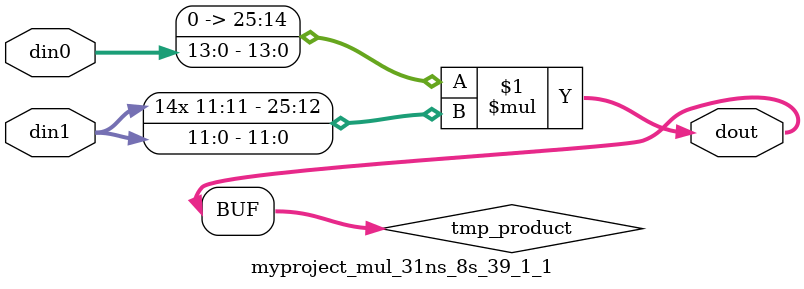
<source format=v>

`timescale 1 ns / 1 ps

  module myproject_mul_31ns_8s_39_1_1(din0, din1, dout);
parameter ID = 1;
parameter NUM_STAGE = 0;
parameter din0_WIDTH = 14;
parameter din1_WIDTH = 12;
parameter dout_WIDTH = 26;

input [din0_WIDTH - 1 : 0] din0; 
input [din1_WIDTH - 1 : 0] din1; 
output [dout_WIDTH - 1 : 0] dout;

wire signed [dout_WIDTH - 1 : 0] tmp_product;











assign tmp_product = $signed({1'b0, din0}) * $signed(din1);










assign dout = tmp_product;







endmodule

</source>
